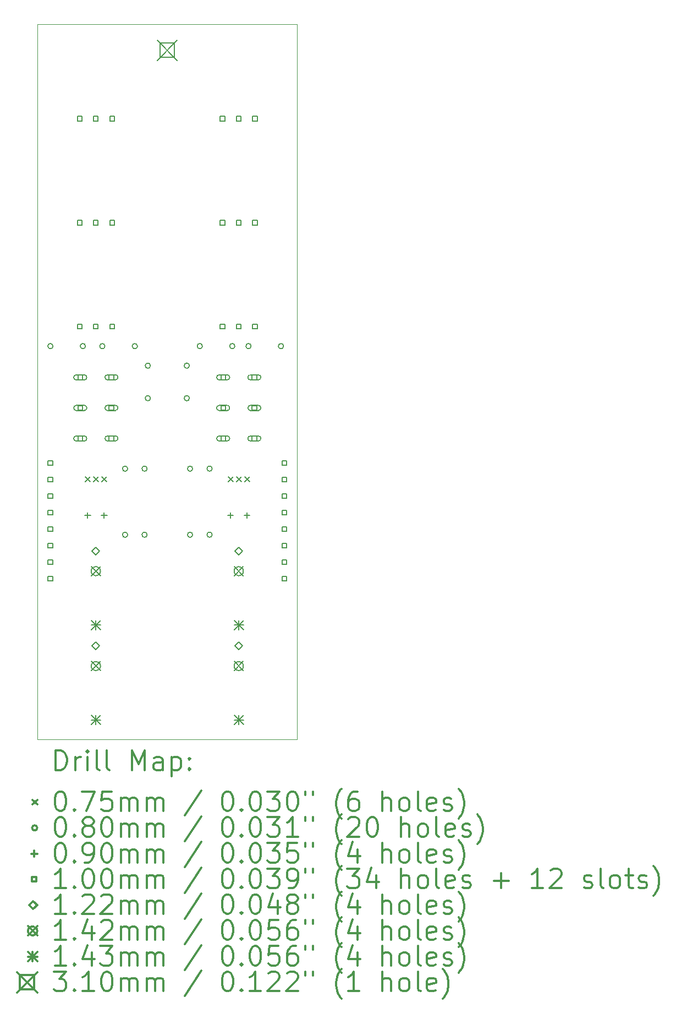
<source format=gbr>
%FSLAX45Y45*%
G04 Gerber Fmt 4.5, Leading zero omitted, Abs format (unit mm)*
G04 Created by KiCad (PCBNEW (5.1.9)-1) date 2021-10-23 20:01:50*
%MOMM*%
%LPD*%
G01*
G04 APERTURE LIST*
%TA.AperFunction,Profile*%
%ADD10C,0.050000*%
%TD*%
%ADD11C,0.200000*%
%ADD12C,0.300000*%
G04 APERTURE END LIST*
D10*
X7300000Y-14100000D02*
X11300000Y-14100000D01*
X7300000Y-3100000D02*
X7300000Y-14100000D01*
X11300000Y-3100000D02*
X11300000Y-14100000D01*
X7300000Y-3100000D02*
X11300000Y-3100000D01*
D11*
X8035500Y-10062500D02*
X8110500Y-10137500D01*
X8110500Y-10062500D02*
X8035500Y-10137500D01*
X8162500Y-10062500D02*
X8237500Y-10137500D01*
X8237500Y-10062500D02*
X8162500Y-10137500D01*
X8289500Y-10062500D02*
X8364500Y-10137500D01*
X8364500Y-10062500D02*
X8289500Y-10137500D01*
X10235500Y-10062500D02*
X10310500Y-10137500D01*
X10310500Y-10062500D02*
X10235500Y-10137500D01*
X10362500Y-10062500D02*
X10437500Y-10137500D01*
X10437500Y-10062500D02*
X10362500Y-10137500D01*
X10489500Y-10062500D02*
X10564500Y-10137500D01*
X10564500Y-10062500D02*
X10489500Y-10137500D01*
X7540000Y-8050000D02*
G75*
G03*
X7540000Y-8050000I-40000J0D01*
G01*
X8040000Y-8050000D02*
G75*
G03*
X8040000Y-8050000I-40000J0D01*
G01*
X8340000Y-8050000D02*
G75*
G03*
X8340000Y-8050000I-40000J0D01*
G01*
X8690000Y-9934000D02*
G75*
G03*
X8690000Y-9934000I-40000J0D01*
G01*
X8690000Y-10950000D02*
G75*
G03*
X8690000Y-10950000I-40000J0D01*
G01*
X8840000Y-8050000D02*
G75*
G03*
X8840000Y-8050000I-40000J0D01*
G01*
X8990000Y-9934000D02*
G75*
G03*
X8990000Y-9934000I-40000J0D01*
G01*
X8990000Y-10950000D02*
G75*
G03*
X8990000Y-10950000I-40000J0D01*
G01*
X9040000Y-8350000D02*
G75*
G03*
X9040000Y-8350000I-40000J0D01*
G01*
X9040000Y-8850000D02*
G75*
G03*
X9040000Y-8850000I-40000J0D01*
G01*
X9640000Y-8350000D02*
G75*
G03*
X9640000Y-8350000I-40000J0D01*
G01*
X9640000Y-8850000D02*
G75*
G03*
X9640000Y-8850000I-40000J0D01*
G01*
X9690000Y-9934000D02*
G75*
G03*
X9690000Y-9934000I-40000J0D01*
G01*
X9690000Y-10950000D02*
G75*
G03*
X9690000Y-10950000I-40000J0D01*
G01*
X9840000Y-8050000D02*
G75*
G03*
X9840000Y-8050000I-40000J0D01*
G01*
X9990000Y-9934000D02*
G75*
G03*
X9990000Y-9934000I-40000J0D01*
G01*
X9990000Y-10950000D02*
G75*
G03*
X9990000Y-10950000I-40000J0D01*
G01*
X10340000Y-8050000D02*
G75*
G03*
X10340000Y-8050000I-40000J0D01*
G01*
X10590000Y-8050000D02*
G75*
G03*
X10590000Y-8050000I-40000J0D01*
G01*
X11090000Y-8050000D02*
G75*
G03*
X11090000Y-8050000I-40000J0D01*
G01*
X8072500Y-10605000D02*
X8072500Y-10695000D01*
X8027500Y-10650000D02*
X8117500Y-10650000D01*
X8326500Y-10605000D02*
X8326500Y-10695000D01*
X8281500Y-10650000D02*
X8371500Y-10650000D01*
X10272500Y-10605000D02*
X10272500Y-10695000D01*
X10227500Y-10650000D02*
X10317500Y-10650000D01*
X10526500Y-10605000D02*
X10526500Y-10695000D01*
X10481500Y-10650000D02*
X10571500Y-10650000D01*
X7535356Y-9881356D02*
X7535356Y-9810644D01*
X7464644Y-9810644D01*
X7464644Y-9881356D01*
X7535356Y-9881356D01*
X7535356Y-10135356D02*
X7535356Y-10064644D01*
X7464644Y-10064644D01*
X7464644Y-10135356D01*
X7535356Y-10135356D01*
X7535356Y-10389356D02*
X7535356Y-10318644D01*
X7464644Y-10318644D01*
X7464644Y-10389356D01*
X7535356Y-10389356D01*
X7535356Y-10643356D02*
X7535356Y-10572644D01*
X7464644Y-10572644D01*
X7464644Y-10643356D01*
X7535356Y-10643356D01*
X7535356Y-10897356D02*
X7535356Y-10826644D01*
X7464644Y-10826644D01*
X7464644Y-10897356D01*
X7535356Y-10897356D01*
X7535356Y-11151356D02*
X7535356Y-11080644D01*
X7464644Y-11080644D01*
X7464644Y-11151356D01*
X7535356Y-11151356D01*
X7535356Y-11405356D02*
X7535356Y-11334644D01*
X7464644Y-11334644D01*
X7464644Y-11405356D01*
X7535356Y-11405356D01*
X7535356Y-11659356D02*
X7535356Y-11588644D01*
X7464644Y-11588644D01*
X7464644Y-11659356D01*
X7535356Y-11659356D01*
X7985356Y-4585356D02*
X7985356Y-4514644D01*
X7914644Y-4514644D01*
X7914644Y-4585356D01*
X7985356Y-4585356D01*
X7985356Y-6185356D02*
X7985356Y-6114644D01*
X7914644Y-6114644D01*
X7914644Y-6185356D01*
X7985356Y-6185356D01*
X7985356Y-7785356D02*
X7985356Y-7714644D01*
X7914644Y-7714644D01*
X7914644Y-7785356D01*
X7985356Y-7785356D01*
X7995356Y-8565356D02*
X7995356Y-8494644D01*
X7924644Y-8494644D01*
X7924644Y-8565356D01*
X7995356Y-8565356D01*
X8020000Y-8490000D02*
X7900000Y-8490000D01*
X8020000Y-8570000D02*
X7900000Y-8570000D01*
X7900000Y-8490000D02*
G75*
G03*
X7900000Y-8570000I0J-40000D01*
G01*
X8020000Y-8570000D02*
G75*
G03*
X8020000Y-8490000I0J40000D01*
G01*
X7995356Y-9035356D02*
X7995356Y-8964644D01*
X7924644Y-8964644D01*
X7924644Y-9035356D01*
X7995356Y-9035356D01*
X8020000Y-8960000D02*
X7900000Y-8960000D01*
X8020000Y-9040000D02*
X7900000Y-9040000D01*
X7900000Y-8960000D02*
G75*
G03*
X7900000Y-9040000I0J-40000D01*
G01*
X8020000Y-9040000D02*
G75*
G03*
X8020000Y-8960000I0J40000D01*
G01*
X7995356Y-9505356D02*
X7995356Y-9434644D01*
X7924644Y-9434644D01*
X7924644Y-9505356D01*
X7995356Y-9505356D01*
X8020000Y-9430000D02*
X7900000Y-9430000D01*
X8020000Y-9510000D02*
X7900000Y-9510000D01*
X7900000Y-9430000D02*
G75*
G03*
X7900000Y-9510000I0J-40000D01*
G01*
X8020000Y-9510000D02*
G75*
G03*
X8020000Y-9430000I0J40000D01*
G01*
X8235356Y-4585356D02*
X8235356Y-4514644D01*
X8164644Y-4514644D01*
X8164644Y-4585356D01*
X8235356Y-4585356D01*
X8235356Y-6185356D02*
X8235356Y-6114644D01*
X8164644Y-6114644D01*
X8164644Y-6185356D01*
X8235356Y-6185356D01*
X8235356Y-7785356D02*
X8235356Y-7714644D01*
X8164644Y-7714644D01*
X8164644Y-7785356D01*
X8235356Y-7785356D01*
X8475356Y-8565356D02*
X8475356Y-8494644D01*
X8404644Y-8494644D01*
X8404644Y-8565356D01*
X8475356Y-8565356D01*
X8500000Y-8490000D02*
X8380000Y-8490000D01*
X8500000Y-8570000D02*
X8380000Y-8570000D01*
X8380000Y-8490000D02*
G75*
G03*
X8380000Y-8570000I0J-40000D01*
G01*
X8500000Y-8570000D02*
G75*
G03*
X8500000Y-8490000I0J40000D01*
G01*
X8475356Y-9035356D02*
X8475356Y-8964644D01*
X8404644Y-8964644D01*
X8404644Y-9035356D01*
X8475356Y-9035356D01*
X8500000Y-8960000D02*
X8380000Y-8960000D01*
X8500000Y-9040000D02*
X8380000Y-9040000D01*
X8380000Y-8960000D02*
G75*
G03*
X8380000Y-9040000I0J-40000D01*
G01*
X8500000Y-9040000D02*
G75*
G03*
X8500000Y-8960000I0J40000D01*
G01*
X8475356Y-9505356D02*
X8475356Y-9434644D01*
X8404644Y-9434644D01*
X8404644Y-9505356D01*
X8475356Y-9505356D01*
X8500000Y-9430000D02*
X8380000Y-9430000D01*
X8500000Y-9510000D02*
X8380000Y-9510000D01*
X8380000Y-9430000D02*
G75*
G03*
X8380000Y-9510000I0J-40000D01*
G01*
X8500000Y-9510000D02*
G75*
G03*
X8500000Y-9430000I0J40000D01*
G01*
X8485356Y-4585356D02*
X8485356Y-4514644D01*
X8414644Y-4514644D01*
X8414644Y-4585356D01*
X8485356Y-4585356D01*
X8485356Y-6185356D02*
X8485356Y-6114644D01*
X8414644Y-6114644D01*
X8414644Y-6185356D01*
X8485356Y-6185356D01*
X8485356Y-7785356D02*
X8485356Y-7714644D01*
X8414644Y-7714644D01*
X8414644Y-7785356D01*
X8485356Y-7785356D01*
X10185356Y-4585356D02*
X10185356Y-4514644D01*
X10114644Y-4514644D01*
X10114644Y-4585356D01*
X10185356Y-4585356D01*
X10185356Y-6185356D02*
X10185356Y-6114644D01*
X10114644Y-6114644D01*
X10114644Y-6185356D01*
X10185356Y-6185356D01*
X10185356Y-7785356D02*
X10185356Y-7714644D01*
X10114644Y-7714644D01*
X10114644Y-7785356D01*
X10185356Y-7785356D01*
X10195356Y-8565356D02*
X10195356Y-8494644D01*
X10124644Y-8494644D01*
X10124644Y-8565356D01*
X10195356Y-8565356D01*
X10220000Y-8490000D02*
X10100000Y-8490000D01*
X10220000Y-8570000D02*
X10100000Y-8570000D01*
X10100000Y-8490000D02*
G75*
G03*
X10100000Y-8570000I0J-40000D01*
G01*
X10220000Y-8570000D02*
G75*
G03*
X10220000Y-8490000I0J40000D01*
G01*
X10195356Y-9035356D02*
X10195356Y-8964644D01*
X10124644Y-8964644D01*
X10124644Y-9035356D01*
X10195356Y-9035356D01*
X10220000Y-8960000D02*
X10100000Y-8960000D01*
X10220000Y-9040000D02*
X10100000Y-9040000D01*
X10100000Y-8960000D02*
G75*
G03*
X10100000Y-9040000I0J-40000D01*
G01*
X10220000Y-9040000D02*
G75*
G03*
X10220000Y-8960000I0J40000D01*
G01*
X10195356Y-9505356D02*
X10195356Y-9434644D01*
X10124644Y-9434644D01*
X10124644Y-9505356D01*
X10195356Y-9505356D01*
X10220000Y-9430000D02*
X10100000Y-9430000D01*
X10220000Y-9510000D02*
X10100000Y-9510000D01*
X10100000Y-9430000D02*
G75*
G03*
X10100000Y-9510000I0J-40000D01*
G01*
X10220000Y-9510000D02*
G75*
G03*
X10220000Y-9430000I0J40000D01*
G01*
X10435356Y-4585356D02*
X10435356Y-4514644D01*
X10364644Y-4514644D01*
X10364644Y-4585356D01*
X10435356Y-4585356D01*
X10435356Y-6185356D02*
X10435356Y-6114644D01*
X10364644Y-6114644D01*
X10364644Y-6185356D01*
X10435356Y-6185356D01*
X10435356Y-7785356D02*
X10435356Y-7714644D01*
X10364644Y-7714644D01*
X10364644Y-7785356D01*
X10435356Y-7785356D01*
X10675356Y-8565356D02*
X10675356Y-8494644D01*
X10604644Y-8494644D01*
X10604644Y-8565356D01*
X10675356Y-8565356D01*
X10700000Y-8490000D02*
X10580000Y-8490000D01*
X10700000Y-8570000D02*
X10580000Y-8570000D01*
X10580000Y-8490000D02*
G75*
G03*
X10580000Y-8570000I0J-40000D01*
G01*
X10700000Y-8570000D02*
G75*
G03*
X10700000Y-8490000I0J40000D01*
G01*
X10675356Y-9035356D02*
X10675356Y-8964644D01*
X10604644Y-8964644D01*
X10604644Y-9035356D01*
X10675356Y-9035356D01*
X10700000Y-8960000D02*
X10580000Y-8960000D01*
X10700000Y-9040000D02*
X10580000Y-9040000D01*
X10580000Y-8960000D02*
G75*
G03*
X10580000Y-9040000I0J-40000D01*
G01*
X10700000Y-9040000D02*
G75*
G03*
X10700000Y-8960000I0J40000D01*
G01*
X10675356Y-9505356D02*
X10675356Y-9434644D01*
X10604644Y-9434644D01*
X10604644Y-9505356D01*
X10675356Y-9505356D01*
X10700000Y-9430000D02*
X10580000Y-9430000D01*
X10700000Y-9510000D02*
X10580000Y-9510000D01*
X10580000Y-9430000D02*
G75*
G03*
X10580000Y-9510000I0J-40000D01*
G01*
X10700000Y-9510000D02*
G75*
G03*
X10700000Y-9430000I0J40000D01*
G01*
X10685356Y-4585356D02*
X10685356Y-4514644D01*
X10614644Y-4514644D01*
X10614644Y-4585356D01*
X10685356Y-4585356D01*
X10685356Y-6185356D02*
X10685356Y-6114644D01*
X10614644Y-6114644D01*
X10614644Y-6185356D01*
X10685356Y-6185356D01*
X10685356Y-7785356D02*
X10685356Y-7714644D01*
X10614644Y-7714644D01*
X10614644Y-7785356D01*
X10685356Y-7785356D01*
X11135356Y-9881356D02*
X11135356Y-9810644D01*
X11064644Y-9810644D01*
X11064644Y-9881356D01*
X11135356Y-9881356D01*
X11135356Y-10135356D02*
X11135356Y-10064644D01*
X11064644Y-10064644D01*
X11064644Y-10135356D01*
X11135356Y-10135356D01*
X11135356Y-10389356D02*
X11135356Y-10318644D01*
X11064644Y-10318644D01*
X11064644Y-10389356D01*
X11135356Y-10389356D01*
X11135356Y-10643356D02*
X11135356Y-10572644D01*
X11064644Y-10572644D01*
X11064644Y-10643356D01*
X11135356Y-10643356D01*
X11135356Y-10897356D02*
X11135356Y-10826644D01*
X11064644Y-10826644D01*
X11064644Y-10897356D01*
X11135356Y-10897356D01*
X11135356Y-11151356D02*
X11135356Y-11080644D01*
X11064644Y-11080644D01*
X11064644Y-11151356D01*
X11135356Y-11151356D01*
X11135356Y-11405356D02*
X11135356Y-11334644D01*
X11064644Y-11334644D01*
X11064644Y-11405356D01*
X11135356Y-11405356D01*
X11135356Y-11659356D02*
X11135356Y-11588644D01*
X11064644Y-11588644D01*
X11064644Y-11659356D01*
X11135356Y-11659356D01*
X8200000Y-11261000D02*
X8261000Y-11200000D01*
X8200000Y-11139000D01*
X8139000Y-11200000D01*
X8200000Y-11261000D01*
X8200000Y-12721000D02*
X8261000Y-12660000D01*
X8200000Y-12599000D01*
X8139000Y-12660000D01*
X8200000Y-12721000D01*
X10400000Y-11261000D02*
X10461000Y-11200000D01*
X10400000Y-11139000D01*
X10339000Y-11200000D01*
X10400000Y-11261000D01*
X10400000Y-12721000D02*
X10461000Y-12660000D01*
X10400000Y-12599000D01*
X10339000Y-12660000D01*
X10400000Y-12721000D01*
X8129000Y-11439000D02*
X8271000Y-11581000D01*
X8271000Y-11439000D02*
X8129000Y-11581000D01*
X8271000Y-11510000D02*
G75*
G03*
X8271000Y-11510000I-71000J0D01*
G01*
X8129000Y-12899000D02*
X8271000Y-13041000D01*
X8271000Y-12899000D02*
X8129000Y-13041000D01*
X8271000Y-12970000D02*
G75*
G03*
X8271000Y-12970000I-71000J0D01*
G01*
X10329000Y-11439000D02*
X10471000Y-11581000D01*
X10471000Y-11439000D02*
X10329000Y-11581000D01*
X10471000Y-11510000D02*
G75*
G03*
X10471000Y-11510000I-71000J0D01*
G01*
X10329000Y-12899000D02*
X10471000Y-13041000D01*
X10471000Y-12899000D02*
X10329000Y-13041000D01*
X10471000Y-12970000D02*
G75*
G03*
X10471000Y-12970000I-71000J0D01*
G01*
X8128500Y-12268500D02*
X8271500Y-12411500D01*
X8271500Y-12268500D02*
X8128500Y-12411500D01*
X8200000Y-12268500D02*
X8200000Y-12411500D01*
X8128500Y-12340000D02*
X8271500Y-12340000D01*
X8128500Y-13728500D02*
X8271500Y-13871500D01*
X8271500Y-13728500D02*
X8128500Y-13871500D01*
X8200000Y-13728500D02*
X8200000Y-13871500D01*
X8128500Y-13800000D02*
X8271500Y-13800000D01*
X10328500Y-12268500D02*
X10471500Y-12411500D01*
X10471500Y-12268500D02*
X10328500Y-12411500D01*
X10400000Y-12268500D02*
X10400000Y-12411500D01*
X10328500Y-12340000D02*
X10471500Y-12340000D01*
X10328500Y-13728500D02*
X10471500Y-13871500D01*
X10471500Y-13728500D02*
X10328500Y-13871500D01*
X10400000Y-13728500D02*
X10400000Y-13871500D01*
X10328500Y-13800000D02*
X10471500Y-13800000D01*
X9145000Y-3345000D02*
X9455000Y-3655000D01*
X9455000Y-3345000D02*
X9145000Y-3655000D01*
X9409603Y-3609603D02*
X9409603Y-3390397D01*
X9190397Y-3390397D01*
X9190397Y-3609603D01*
X9409603Y-3609603D01*
D12*
X7583928Y-14568214D02*
X7583928Y-14268214D01*
X7655357Y-14268214D01*
X7698214Y-14282500D01*
X7726786Y-14311071D01*
X7741071Y-14339643D01*
X7755357Y-14396786D01*
X7755357Y-14439643D01*
X7741071Y-14496786D01*
X7726786Y-14525357D01*
X7698214Y-14553929D01*
X7655357Y-14568214D01*
X7583928Y-14568214D01*
X7883928Y-14568214D02*
X7883928Y-14368214D01*
X7883928Y-14425357D02*
X7898214Y-14396786D01*
X7912500Y-14382500D01*
X7941071Y-14368214D01*
X7969643Y-14368214D01*
X8069643Y-14568214D02*
X8069643Y-14368214D01*
X8069643Y-14268214D02*
X8055357Y-14282500D01*
X8069643Y-14296786D01*
X8083928Y-14282500D01*
X8069643Y-14268214D01*
X8069643Y-14296786D01*
X8255357Y-14568214D02*
X8226786Y-14553929D01*
X8212500Y-14525357D01*
X8212500Y-14268214D01*
X8412500Y-14568214D02*
X8383928Y-14553929D01*
X8369643Y-14525357D01*
X8369643Y-14268214D01*
X8755357Y-14568214D02*
X8755357Y-14268214D01*
X8855357Y-14482500D01*
X8955357Y-14268214D01*
X8955357Y-14568214D01*
X9226786Y-14568214D02*
X9226786Y-14411071D01*
X9212500Y-14382500D01*
X9183928Y-14368214D01*
X9126786Y-14368214D01*
X9098214Y-14382500D01*
X9226786Y-14553929D02*
X9198214Y-14568214D01*
X9126786Y-14568214D01*
X9098214Y-14553929D01*
X9083928Y-14525357D01*
X9083928Y-14496786D01*
X9098214Y-14468214D01*
X9126786Y-14453929D01*
X9198214Y-14453929D01*
X9226786Y-14439643D01*
X9369643Y-14368214D02*
X9369643Y-14668214D01*
X9369643Y-14382500D02*
X9398214Y-14368214D01*
X9455357Y-14368214D01*
X9483928Y-14382500D01*
X9498214Y-14396786D01*
X9512500Y-14425357D01*
X9512500Y-14511071D01*
X9498214Y-14539643D01*
X9483928Y-14553929D01*
X9455357Y-14568214D01*
X9398214Y-14568214D01*
X9369643Y-14553929D01*
X9641071Y-14539643D02*
X9655357Y-14553929D01*
X9641071Y-14568214D01*
X9626786Y-14553929D01*
X9641071Y-14539643D01*
X9641071Y-14568214D01*
X9641071Y-14382500D02*
X9655357Y-14396786D01*
X9641071Y-14411071D01*
X9626786Y-14396786D01*
X9641071Y-14382500D01*
X9641071Y-14411071D01*
X7222500Y-15025000D02*
X7297500Y-15100000D01*
X7297500Y-15025000D02*
X7222500Y-15100000D01*
X7641071Y-14898214D02*
X7669643Y-14898214D01*
X7698214Y-14912500D01*
X7712500Y-14926786D01*
X7726786Y-14955357D01*
X7741071Y-15012500D01*
X7741071Y-15083929D01*
X7726786Y-15141071D01*
X7712500Y-15169643D01*
X7698214Y-15183929D01*
X7669643Y-15198214D01*
X7641071Y-15198214D01*
X7612500Y-15183929D01*
X7598214Y-15169643D01*
X7583928Y-15141071D01*
X7569643Y-15083929D01*
X7569643Y-15012500D01*
X7583928Y-14955357D01*
X7598214Y-14926786D01*
X7612500Y-14912500D01*
X7641071Y-14898214D01*
X7869643Y-15169643D02*
X7883928Y-15183929D01*
X7869643Y-15198214D01*
X7855357Y-15183929D01*
X7869643Y-15169643D01*
X7869643Y-15198214D01*
X7983928Y-14898214D02*
X8183928Y-14898214D01*
X8055357Y-15198214D01*
X8441071Y-14898214D02*
X8298214Y-14898214D01*
X8283928Y-15041071D01*
X8298214Y-15026786D01*
X8326786Y-15012500D01*
X8398214Y-15012500D01*
X8426786Y-15026786D01*
X8441071Y-15041071D01*
X8455357Y-15069643D01*
X8455357Y-15141071D01*
X8441071Y-15169643D01*
X8426786Y-15183929D01*
X8398214Y-15198214D01*
X8326786Y-15198214D01*
X8298214Y-15183929D01*
X8283928Y-15169643D01*
X8583928Y-15198214D02*
X8583928Y-14998214D01*
X8583928Y-15026786D02*
X8598214Y-15012500D01*
X8626786Y-14998214D01*
X8669643Y-14998214D01*
X8698214Y-15012500D01*
X8712500Y-15041071D01*
X8712500Y-15198214D01*
X8712500Y-15041071D02*
X8726786Y-15012500D01*
X8755357Y-14998214D01*
X8798214Y-14998214D01*
X8826786Y-15012500D01*
X8841071Y-15041071D01*
X8841071Y-15198214D01*
X8983928Y-15198214D02*
X8983928Y-14998214D01*
X8983928Y-15026786D02*
X8998214Y-15012500D01*
X9026786Y-14998214D01*
X9069643Y-14998214D01*
X9098214Y-15012500D01*
X9112500Y-15041071D01*
X9112500Y-15198214D01*
X9112500Y-15041071D02*
X9126786Y-15012500D01*
X9155357Y-14998214D01*
X9198214Y-14998214D01*
X9226786Y-15012500D01*
X9241071Y-15041071D01*
X9241071Y-15198214D01*
X9826786Y-14883929D02*
X9569643Y-15269643D01*
X10212500Y-14898214D02*
X10241071Y-14898214D01*
X10269643Y-14912500D01*
X10283928Y-14926786D01*
X10298214Y-14955357D01*
X10312500Y-15012500D01*
X10312500Y-15083929D01*
X10298214Y-15141071D01*
X10283928Y-15169643D01*
X10269643Y-15183929D01*
X10241071Y-15198214D01*
X10212500Y-15198214D01*
X10183928Y-15183929D01*
X10169643Y-15169643D01*
X10155357Y-15141071D01*
X10141071Y-15083929D01*
X10141071Y-15012500D01*
X10155357Y-14955357D01*
X10169643Y-14926786D01*
X10183928Y-14912500D01*
X10212500Y-14898214D01*
X10441071Y-15169643D02*
X10455357Y-15183929D01*
X10441071Y-15198214D01*
X10426786Y-15183929D01*
X10441071Y-15169643D01*
X10441071Y-15198214D01*
X10641071Y-14898214D02*
X10669643Y-14898214D01*
X10698214Y-14912500D01*
X10712500Y-14926786D01*
X10726786Y-14955357D01*
X10741071Y-15012500D01*
X10741071Y-15083929D01*
X10726786Y-15141071D01*
X10712500Y-15169643D01*
X10698214Y-15183929D01*
X10669643Y-15198214D01*
X10641071Y-15198214D01*
X10612500Y-15183929D01*
X10598214Y-15169643D01*
X10583928Y-15141071D01*
X10569643Y-15083929D01*
X10569643Y-15012500D01*
X10583928Y-14955357D01*
X10598214Y-14926786D01*
X10612500Y-14912500D01*
X10641071Y-14898214D01*
X10841071Y-14898214D02*
X11026786Y-14898214D01*
X10926786Y-15012500D01*
X10969643Y-15012500D01*
X10998214Y-15026786D01*
X11012500Y-15041071D01*
X11026786Y-15069643D01*
X11026786Y-15141071D01*
X11012500Y-15169643D01*
X10998214Y-15183929D01*
X10969643Y-15198214D01*
X10883928Y-15198214D01*
X10855357Y-15183929D01*
X10841071Y-15169643D01*
X11212500Y-14898214D02*
X11241071Y-14898214D01*
X11269643Y-14912500D01*
X11283928Y-14926786D01*
X11298214Y-14955357D01*
X11312500Y-15012500D01*
X11312500Y-15083929D01*
X11298214Y-15141071D01*
X11283928Y-15169643D01*
X11269643Y-15183929D01*
X11241071Y-15198214D01*
X11212500Y-15198214D01*
X11183928Y-15183929D01*
X11169643Y-15169643D01*
X11155357Y-15141071D01*
X11141071Y-15083929D01*
X11141071Y-15012500D01*
X11155357Y-14955357D01*
X11169643Y-14926786D01*
X11183928Y-14912500D01*
X11212500Y-14898214D01*
X11426786Y-14898214D02*
X11426786Y-14955357D01*
X11541071Y-14898214D02*
X11541071Y-14955357D01*
X11983928Y-15312500D02*
X11969643Y-15298214D01*
X11941071Y-15255357D01*
X11926786Y-15226786D01*
X11912500Y-15183929D01*
X11898214Y-15112500D01*
X11898214Y-15055357D01*
X11912500Y-14983929D01*
X11926786Y-14941071D01*
X11941071Y-14912500D01*
X11969643Y-14869643D01*
X11983928Y-14855357D01*
X12226786Y-14898214D02*
X12169643Y-14898214D01*
X12141071Y-14912500D01*
X12126786Y-14926786D01*
X12098214Y-14969643D01*
X12083928Y-15026786D01*
X12083928Y-15141071D01*
X12098214Y-15169643D01*
X12112500Y-15183929D01*
X12141071Y-15198214D01*
X12198214Y-15198214D01*
X12226786Y-15183929D01*
X12241071Y-15169643D01*
X12255357Y-15141071D01*
X12255357Y-15069643D01*
X12241071Y-15041071D01*
X12226786Y-15026786D01*
X12198214Y-15012500D01*
X12141071Y-15012500D01*
X12112500Y-15026786D01*
X12098214Y-15041071D01*
X12083928Y-15069643D01*
X12612500Y-15198214D02*
X12612500Y-14898214D01*
X12741071Y-15198214D02*
X12741071Y-15041071D01*
X12726786Y-15012500D01*
X12698214Y-14998214D01*
X12655357Y-14998214D01*
X12626786Y-15012500D01*
X12612500Y-15026786D01*
X12926786Y-15198214D02*
X12898214Y-15183929D01*
X12883928Y-15169643D01*
X12869643Y-15141071D01*
X12869643Y-15055357D01*
X12883928Y-15026786D01*
X12898214Y-15012500D01*
X12926786Y-14998214D01*
X12969643Y-14998214D01*
X12998214Y-15012500D01*
X13012500Y-15026786D01*
X13026786Y-15055357D01*
X13026786Y-15141071D01*
X13012500Y-15169643D01*
X12998214Y-15183929D01*
X12969643Y-15198214D01*
X12926786Y-15198214D01*
X13198214Y-15198214D02*
X13169643Y-15183929D01*
X13155357Y-15155357D01*
X13155357Y-14898214D01*
X13426786Y-15183929D02*
X13398214Y-15198214D01*
X13341071Y-15198214D01*
X13312500Y-15183929D01*
X13298214Y-15155357D01*
X13298214Y-15041071D01*
X13312500Y-15012500D01*
X13341071Y-14998214D01*
X13398214Y-14998214D01*
X13426786Y-15012500D01*
X13441071Y-15041071D01*
X13441071Y-15069643D01*
X13298214Y-15098214D01*
X13555357Y-15183929D02*
X13583928Y-15198214D01*
X13641071Y-15198214D01*
X13669643Y-15183929D01*
X13683928Y-15155357D01*
X13683928Y-15141071D01*
X13669643Y-15112500D01*
X13641071Y-15098214D01*
X13598214Y-15098214D01*
X13569643Y-15083929D01*
X13555357Y-15055357D01*
X13555357Y-15041071D01*
X13569643Y-15012500D01*
X13598214Y-14998214D01*
X13641071Y-14998214D01*
X13669643Y-15012500D01*
X13783928Y-15312500D02*
X13798214Y-15298214D01*
X13826786Y-15255357D01*
X13841071Y-15226786D01*
X13855357Y-15183929D01*
X13869643Y-15112500D01*
X13869643Y-15055357D01*
X13855357Y-14983929D01*
X13841071Y-14941071D01*
X13826786Y-14912500D01*
X13798214Y-14869643D01*
X13783928Y-14855357D01*
X7297500Y-15458500D02*
G75*
G03*
X7297500Y-15458500I-40000J0D01*
G01*
X7641071Y-15294214D02*
X7669643Y-15294214D01*
X7698214Y-15308500D01*
X7712500Y-15322786D01*
X7726786Y-15351357D01*
X7741071Y-15408500D01*
X7741071Y-15479929D01*
X7726786Y-15537071D01*
X7712500Y-15565643D01*
X7698214Y-15579929D01*
X7669643Y-15594214D01*
X7641071Y-15594214D01*
X7612500Y-15579929D01*
X7598214Y-15565643D01*
X7583928Y-15537071D01*
X7569643Y-15479929D01*
X7569643Y-15408500D01*
X7583928Y-15351357D01*
X7598214Y-15322786D01*
X7612500Y-15308500D01*
X7641071Y-15294214D01*
X7869643Y-15565643D02*
X7883928Y-15579929D01*
X7869643Y-15594214D01*
X7855357Y-15579929D01*
X7869643Y-15565643D01*
X7869643Y-15594214D01*
X8055357Y-15422786D02*
X8026786Y-15408500D01*
X8012500Y-15394214D01*
X7998214Y-15365643D01*
X7998214Y-15351357D01*
X8012500Y-15322786D01*
X8026786Y-15308500D01*
X8055357Y-15294214D01*
X8112500Y-15294214D01*
X8141071Y-15308500D01*
X8155357Y-15322786D01*
X8169643Y-15351357D01*
X8169643Y-15365643D01*
X8155357Y-15394214D01*
X8141071Y-15408500D01*
X8112500Y-15422786D01*
X8055357Y-15422786D01*
X8026786Y-15437071D01*
X8012500Y-15451357D01*
X7998214Y-15479929D01*
X7998214Y-15537071D01*
X8012500Y-15565643D01*
X8026786Y-15579929D01*
X8055357Y-15594214D01*
X8112500Y-15594214D01*
X8141071Y-15579929D01*
X8155357Y-15565643D01*
X8169643Y-15537071D01*
X8169643Y-15479929D01*
X8155357Y-15451357D01*
X8141071Y-15437071D01*
X8112500Y-15422786D01*
X8355357Y-15294214D02*
X8383928Y-15294214D01*
X8412500Y-15308500D01*
X8426786Y-15322786D01*
X8441071Y-15351357D01*
X8455357Y-15408500D01*
X8455357Y-15479929D01*
X8441071Y-15537071D01*
X8426786Y-15565643D01*
X8412500Y-15579929D01*
X8383928Y-15594214D01*
X8355357Y-15594214D01*
X8326786Y-15579929D01*
X8312500Y-15565643D01*
X8298214Y-15537071D01*
X8283928Y-15479929D01*
X8283928Y-15408500D01*
X8298214Y-15351357D01*
X8312500Y-15322786D01*
X8326786Y-15308500D01*
X8355357Y-15294214D01*
X8583928Y-15594214D02*
X8583928Y-15394214D01*
X8583928Y-15422786D02*
X8598214Y-15408500D01*
X8626786Y-15394214D01*
X8669643Y-15394214D01*
X8698214Y-15408500D01*
X8712500Y-15437071D01*
X8712500Y-15594214D01*
X8712500Y-15437071D02*
X8726786Y-15408500D01*
X8755357Y-15394214D01*
X8798214Y-15394214D01*
X8826786Y-15408500D01*
X8841071Y-15437071D01*
X8841071Y-15594214D01*
X8983928Y-15594214D02*
X8983928Y-15394214D01*
X8983928Y-15422786D02*
X8998214Y-15408500D01*
X9026786Y-15394214D01*
X9069643Y-15394214D01*
X9098214Y-15408500D01*
X9112500Y-15437071D01*
X9112500Y-15594214D01*
X9112500Y-15437071D02*
X9126786Y-15408500D01*
X9155357Y-15394214D01*
X9198214Y-15394214D01*
X9226786Y-15408500D01*
X9241071Y-15437071D01*
X9241071Y-15594214D01*
X9826786Y-15279929D02*
X9569643Y-15665643D01*
X10212500Y-15294214D02*
X10241071Y-15294214D01*
X10269643Y-15308500D01*
X10283928Y-15322786D01*
X10298214Y-15351357D01*
X10312500Y-15408500D01*
X10312500Y-15479929D01*
X10298214Y-15537071D01*
X10283928Y-15565643D01*
X10269643Y-15579929D01*
X10241071Y-15594214D01*
X10212500Y-15594214D01*
X10183928Y-15579929D01*
X10169643Y-15565643D01*
X10155357Y-15537071D01*
X10141071Y-15479929D01*
X10141071Y-15408500D01*
X10155357Y-15351357D01*
X10169643Y-15322786D01*
X10183928Y-15308500D01*
X10212500Y-15294214D01*
X10441071Y-15565643D02*
X10455357Y-15579929D01*
X10441071Y-15594214D01*
X10426786Y-15579929D01*
X10441071Y-15565643D01*
X10441071Y-15594214D01*
X10641071Y-15294214D02*
X10669643Y-15294214D01*
X10698214Y-15308500D01*
X10712500Y-15322786D01*
X10726786Y-15351357D01*
X10741071Y-15408500D01*
X10741071Y-15479929D01*
X10726786Y-15537071D01*
X10712500Y-15565643D01*
X10698214Y-15579929D01*
X10669643Y-15594214D01*
X10641071Y-15594214D01*
X10612500Y-15579929D01*
X10598214Y-15565643D01*
X10583928Y-15537071D01*
X10569643Y-15479929D01*
X10569643Y-15408500D01*
X10583928Y-15351357D01*
X10598214Y-15322786D01*
X10612500Y-15308500D01*
X10641071Y-15294214D01*
X10841071Y-15294214D02*
X11026786Y-15294214D01*
X10926786Y-15408500D01*
X10969643Y-15408500D01*
X10998214Y-15422786D01*
X11012500Y-15437071D01*
X11026786Y-15465643D01*
X11026786Y-15537071D01*
X11012500Y-15565643D01*
X10998214Y-15579929D01*
X10969643Y-15594214D01*
X10883928Y-15594214D01*
X10855357Y-15579929D01*
X10841071Y-15565643D01*
X11312500Y-15594214D02*
X11141071Y-15594214D01*
X11226786Y-15594214D02*
X11226786Y-15294214D01*
X11198214Y-15337071D01*
X11169643Y-15365643D01*
X11141071Y-15379929D01*
X11426786Y-15294214D02*
X11426786Y-15351357D01*
X11541071Y-15294214D02*
X11541071Y-15351357D01*
X11983928Y-15708500D02*
X11969643Y-15694214D01*
X11941071Y-15651357D01*
X11926786Y-15622786D01*
X11912500Y-15579929D01*
X11898214Y-15508500D01*
X11898214Y-15451357D01*
X11912500Y-15379929D01*
X11926786Y-15337071D01*
X11941071Y-15308500D01*
X11969643Y-15265643D01*
X11983928Y-15251357D01*
X12083928Y-15322786D02*
X12098214Y-15308500D01*
X12126786Y-15294214D01*
X12198214Y-15294214D01*
X12226786Y-15308500D01*
X12241071Y-15322786D01*
X12255357Y-15351357D01*
X12255357Y-15379929D01*
X12241071Y-15422786D01*
X12069643Y-15594214D01*
X12255357Y-15594214D01*
X12441071Y-15294214D02*
X12469643Y-15294214D01*
X12498214Y-15308500D01*
X12512500Y-15322786D01*
X12526786Y-15351357D01*
X12541071Y-15408500D01*
X12541071Y-15479929D01*
X12526786Y-15537071D01*
X12512500Y-15565643D01*
X12498214Y-15579929D01*
X12469643Y-15594214D01*
X12441071Y-15594214D01*
X12412500Y-15579929D01*
X12398214Y-15565643D01*
X12383928Y-15537071D01*
X12369643Y-15479929D01*
X12369643Y-15408500D01*
X12383928Y-15351357D01*
X12398214Y-15322786D01*
X12412500Y-15308500D01*
X12441071Y-15294214D01*
X12898214Y-15594214D02*
X12898214Y-15294214D01*
X13026786Y-15594214D02*
X13026786Y-15437071D01*
X13012500Y-15408500D01*
X12983928Y-15394214D01*
X12941071Y-15394214D01*
X12912500Y-15408500D01*
X12898214Y-15422786D01*
X13212500Y-15594214D02*
X13183928Y-15579929D01*
X13169643Y-15565643D01*
X13155357Y-15537071D01*
X13155357Y-15451357D01*
X13169643Y-15422786D01*
X13183928Y-15408500D01*
X13212500Y-15394214D01*
X13255357Y-15394214D01*
X13283928Y-15408500D01*
X13298214Y-15422786D01*
X13312500Y-15451357D01*
X13312500Y-15537071D01*
X13298214Y-15565643D01*
X13283928Y-15579929D01*
X13255357Y-15594214D01*
X13212500Y-15594214D01*
X13483928Y-15594214D02*
X13455357Y-15579929D01*
X13441071Y-15551357D01*
X13441071Y-15294214D01*
X13712500Y-15579929D02*
X13683928Y-15594214D01*
X13626786Y-15594214D01*
X13598214Y-15579929D01*
X13583928Y-15551357D01*
X13583928Y-15437071D01*
X13598214Y-15408500D01*
X13626786Y-15394214D01*
X13683928Y-15394214D01*
X13712500Y-15408500D01*
X13726786Y-15437071D01*
X13726786Y-15465643D01*
X13583928Y-15494214D01*
X13841071Y-15579929D02*
X13869643Y-15594214D01*
X13926786Y-15594214D01*
X13955357Y-15579929D01*
X13969643Y-15551357D01*
X13969643Y-15537071D01*
X13955357Y-15508500D01*
X13926786Y-15494214D01*
X13883928Y-15494214D01*
X13855357Y-15479929D01*
X13841071Y-15451357D01*
X13841071Y-15437071D01*
X13855357Y-15408500D01*
X13883928Y-15394214D01*
X13926786Y-15394214D01*
X13955357Y-15408500D01*
X14069643Y-15708500D02*
X14083928Y-15694214D01*
X14112500Y-15651357D01*
X14126786Y-15622786D01*
X14141071Y-15579929D01*
X14155357Y-15508500D01*
X14155357Y-15451357D01*
X14141071Y-15379929D01*
X14126786Y-15337071D01*
X14112500Y-15308500D01*
X14083928Y-15265643D01*
X14069643Y-15251357D01*
X7252500Y-15809500D02*
X7252500Y-15899500D01*
X7207500Y-15854500D02*
X7297500Y-15854500D01*
X7641071Y-15690214D02*
X7669643Y-15690214D01*
X7698214Y-15704500D01*
X7712500Y-15718786D01*
X7726786Y-15747357D01*
X7741071Y-15804500D01*
X7741071Y-15875929D01*
X7726786Y-15933071D01*
X7712500Y-15961643D01*
X7698214Y-15975929D01*
X7669643Y-15990214D01*
X7641071Y-15990214D01*
X7612500Y-15975929D01*
X7598214Y-15961643D01*
X7583928Y-15933071D01*
X7569643Y-15875929D01*
X7569643Y-15804500D01*
X7583928Y-15747357D01*
X7598214Y-15718786D01*
X7612500Y-15704500D01*
X7641071Y-15690214D01*
X7869643Y-15961643D02*
X7883928Y-15975929D01*
X7869643Y-15990214D01*
X7855357Y-15975929D01*
X7869643Y-15961643D01*
X7869643Y-15990214D01*
X8026786Y-15990214D02*
X8083928Y-15990214D01*
X8112500Y-15975929D01*
X8126786Y-15961643D01*
X8155357Y-15918786D01*
X8169643Y-15861643D01*
X8169643Y-15747357D01*
X8155357Y-15718786D01*
X8141071Y-15704500D01*
X8112500Y-15690214D01*
X8055357Y-15690214D01*
X8026786Y-15704500D01*
X8012500Y-15718786D01*
X7998214Y-15747357D01*
X7998214Y-15818786D01*
X8012500Y-15847357D01*
X8026786Y-15861643D01*
X8055357Y-15875929D01*
X8112500Y-15875929D01*
X8141071Y-15861643D01*
X8155357Y-15847357D01*
X8169643Y-15818786D01*
X8355357Y-15690214D02*
X8383928Y-15690214D01*
X8412500Y-15704500D01*
X8426786Y-15718786D01*
X8441071Y-15747357D01*
X8455357Y-15804500D01*
X8455357Y-15875929D01*
X8441071Y-15933071D01*
X8426786Y-15961643D01*
X8412500Y-15975929D01*
X8383928Y-15990214D01*
X8355357Y-15990214D01*
X8326786Y-15975929D01*
X8312500Y-15961643D01*
X8298214Y-15933071D01*
X8283928Y-15875929D01*
X8283928Y-15804500D01*
X8298214Y-15747357D01*
X8312500Y-15718786D01*
X8326786Y-15704500D01*
X8355357Y-15690214D01*
X8583928Y-15990214D02*
X8583928Y-15790214D01*
X8583928Y-15818786D02*
X8598214Y-15804500D01*
X8626786Y-15790214D01*
X8669643Y-15790214D01*
X8698214Y-15804500D01*
X8712500Y-15833071D01*
X8712500Y-15990214D01*
X8712500Y-15833071D02*
X8726786Y-15804500D01*
X8755357Y-15790214D01*
X8798214Y-15790214D01*
X8826786Y-15804500D01*
X8841071Y-15833071D01*
X8841071Y-15990214D01*
X8983928Y-15990214D02*
X8983928Y-15790214D01*
X8983928Y-15818786D02*
X8998214Y-15804500D01*
X9026786Y-15790214D01*
X9069643Y-15790214D01*
X9098214Y-15804500D01*
X9112500Y-15833071D01*
X9112500Y-15990214D01*
X9112500Y-15833071D02*
X9126786Y-15804500D01*
X9155357Y-15790214D01*
X9198214Y-15790214D01*
X9226786Y-15804500D01*
X9241071Y-15833071D01*
X9241071Y-15990214D01*
X9826786Y-15675929D02*
X9569643Y-16061643D01*
X10212500Y-15690214D02*
X10241071Y-15690214D01*
X10269643Y-15704500D01*
X10283928Y-15718786D01*
X10298214Y-15747357D01*
X10312500Y-15804500D01*
X10312500Y-15875929D01*
X10298214Y-15933071D01*
X10283928Y-15961643D01*
X10269643Y-15975929D01*
X10241071Y-15990214D01*
X10212500Y-15990214D01*
X10183928Y-15975929D01*
X10169643Y-15961643D01*
X10155357Y-15933071D01*
X10141071Y-15875929D01*
X10141071Y-15804500D01*
X10155357Y-15747357D01*
X10169643Y-15718786D01*
X10183928Y-15704500D01*
X10212500Y-15690214D01*
X10441071Y-15961643D02*
X10455357Y-15975929D01*
X10441071Y-15990214D01*
X10426786Y-15975929D01*
X10441071Y-15961643D01*
X10441071Y-15990214D01*
X10641071Y-15690214D02*
X10669643Y-15690214D01*
X10698214Y-15704500D01*
X10712500Y-15718786D01*
X10726786Y-15747357D01*
X10741071Y-15804500D01*
X10741071Y-15875929D01*
X10726786Y-15933071D01*
X10712500Y-15961643D01*
X10698214Y-15975929D01*
X10669643Y-15990214D01*
X10641071Y-15990214D01*
X10612500Y-15975929D01*
X10598214Y-15961643D01*
X10583928Y-15933071D01*
X10569643Y-15875929D01*
X10569643Y-15804500D01*
X10583928Y-15747357D01*
X10598214Y-15718786D01*
X10612500Y-15704500D01*
X10641071Y-15690214D01*
X10841071Y-15690214D02*
X11026786Y-15690214D01*
X10926786Y-15804500D01*
X10969643Y-15804500D01*
X10998214Y-15818786D01*
X11012500Y-15833071D01*
X11026786Y-15861643D01*
X11026786Y-15933071D01*
X11012500Y-15961643D01*
X10998214Y-15975929D01*
X10969643Y-15990214D01*
X10883928Y-15990214D01*
X10855357Y-15975929D01*
X10841071Y-15961643D01*
X11298214Y-15690214D02*
X11155357Y-15690214D01*
X11141071Y-15833071D01*
X11155357Y-15818786D01*
X11183928Y-15804500D01*
X11255357Y-15804500D01*
X11283928Y-15818786D01*
X11298214Y-15833071D01*
X11312500Y-15861643D01*
X11312500Y-15933071D01*
X11298214Y-15961643D01*
X11283928Y-15975929D01*
X11255357Y-15990214D01*
X11183928Y-15990214D01*
X11155357Y-15975929D01*
X11141071Y-15961643D01*
X11426786Y-15690214D02*
X11426786Y-15747357D01*
X11541071Y-15690214D02*
X11541071Y-15747357D01*
X11983928Y-16104500D02*
X11969643Y-16090214D01*
X11941071Y-16047357D01*
X11926786Y-16018786D01*
X11912500Y-15975929D01*
X11898214Y-15904500D01*
X11898214Y-15847357D01*
X11912500Y-15775929D01*
X11926786Y-15733071D01*
X11941071Y-15704500D01*
X11969643Y-15661643D01*
X11983928Y-15647357D01*
X12226786Y-15790214D02*
X12226786Y-15990214D01*
X12155357Y-15675929D02*
X12083928Y-15890214D01*
X12269643Y-15890214D01*
X12612500Y-15990214D02*
X12612500Y-15690214D01*
X12741071Y-15990214D02*
X12741071Y-15833071D01*
X12726786Y-15804500D01*
X12698214Y-15790214D01*
X12655357Y-15790214D01*
X12626786Y-15804500D01*
X12612500Y-15818786D01*
X12926786Y-15990214D02*
X12898214Y-15975929D01*
X12883928Y-15961643D01*
X12869643Y-15933071D01*
X12869643Y-15847357D01*
X12883928Y-15818786D01*
X12898214Y-15804500D01*
X12926786Y-15790214D01*
X12969643Y-15790214D01*
X12998214Y-15804500D01*
X13012500Y-15818786D01*
X13026786Y-15847357D01*
X13026786Y-15933071D01*
X13012500Y-15961643D01*
X12998214Y-15975929D01*
X12969643Y-15990214D01*
X12926786Y-15990214D01*
X13198214Y-15990214D02*
X13169643Y-15975929D01*
X13155357Y-15947357D01*
X13155357Y-15690214D01*
X13426786Y-15975929D02*
X13398214Y-15990214D01*
X13341071Y-15990214D01*
X13312500Y-15975929D01*
X13298214Y-15947357D01*
X13298214Y-15833071D01*
X13312500Y-15804500D01*
X13341071Y-15790214D01*
X13398214Y-15790214D01*
X13426786Y-15804500D01*
X13441071Y-15833071D01*
X13441071Y-15861643D01*
X13298214Y-15890214D01*
X13555357Y-15975929D02*
X13583928Y-15990214D01*
X13641071Y-15990214D01*
X13669643Y-15975929D01*
X13683928Y-15947357D01*
X13683928Y-15933071D01*
X13669643Y-15904500D01*
X13641071Y-15890214D01*
X13598214Y-15890214D01*
X13569643Y-15875929D01*
X13555357Y-15847357D01*
X13555357Y-15833071D01*
X13569643Y-15804500D01*
X13598214Y-15790214D01*
X13641071Y-15790214D01*
X13669643Y-15804500D01*
X13783928Y-16104500D02*
X13798214Y-16090214D01*
X13826786Y-16047357D01*
X13841071Y-16018786D01*
X13855357Y-15975929D01*
X13869643Y-15904500D01*
X13869643Y-15847357D01*
X13855357Y-15775929D01*
X13841071Y-15733071D01*
X13826786Y-15704500D01*
X13798214Y-15661643D01*
X13783928Y-15647357D01*
X7282856Y-16285856D02*
X7282856Y-16215144D01*
X7212144Y-16215144D01*
X7212144Y-16285856D01*
X7282856Y-16285856D01*
X7741071Y-16386214D02*
X7569643Y-16386214D01*
X7655357Y-16386214D02*
X7655357Y-16086214D01*
X7626786Y-16129071D01*
X7598214Y-16157643D01*
X7569643Y-16171929D01*
X7869643Y-16357643D02*
X7883928Y-16371929D01*
X7869643Y-16386214D01*
X7855357Y-16371929D01*
X7869643Y-16357643D01*
X7869643Y-16386214D01*
X8069643Y-16086214D02*
X8098214Y-16086214D01*
X8126786Y-16100500D01*
X8141071Y-16114786D01*
X8155357Y-16143357D01*
X8169643Y-16200500D01*
X8169643Y-16271929D01*
X8155357Y-16329071D01*
X8141071Y-16357643D01*
X8126786Y-16371929D01*
X8098214Y-16386214D01*
X8069643Y-16386214D01*
X8041071Y-16371929D01*
X8026786Y-16357643D01*
X8012500Y-16329071D01*
X7998214Y-16271929D01*
X7998214Y-16200500D01*
X8012500Y-16143357D01*
X8026786Y-16114786D01*
X8041071Y-16100500D01*
X8069643Y-16086214D01*
X8355357Y-16086214D02*
X8383928Y-16086214D01*
X8412500Y-16100500D01*
X8426786Y-16114786D01*
X8441071Y-16143357D01*
X8455357Y-16200500D01*
X8455357Y-16271929D01*
X8441071Y-16329071D01*
X8426786Y-16357643D01*
X8412500Y-16371929D01*
X8383928Y-16386214D01*
X8355357Y-16386214D01*
X8326786Y-16371929D01*
X8312500Y-16357643D01*
X8298214Y-16329071D01*
X8283928Y-16271929D01*
X8283928Y-16200500D01*
X8298214Y-16143357D01*
X8312500Y-16114786D01*
X8326786Y-16100500D01*
X8355357Y-16086214D01*
X8583928Y-16386214D02*
X8583928Y-16186214D01*
X8583928Y-16214786D02*
X8598214Y-16200500D01*
X8626786Y-16186214D01*
X8669643Y-16186214D01*
X8698214Y-16200500D01*
X8712500Y-16229071D01*
X8712500Y-16386214D01*
X8712500Y-16229071D02*
X8726786Y-16200500D01*
X8755357Y-16186214D01*
X8798214Y-16186214D01*
X8826786Y-16200500D01*
X8841071Y-16229071D01*
X8841071Y-16386214D01*
X8983928Y-16386214D02*
X8983928Y-16186214D01*
X8983928Y-16214786D02*
X8998214Y-16200500D01*
X9026786Y-16186214D01*
X9069643Y-16186214D01*
X9098214Y-16200500D01*
X9112500Y-16229071D01*
X9112500Y-16386214D01*
X9112500Y-16229071D02*
X9126786Y-16200500D01*
X9155357Y-16186214D01*
X9198214Y-16186214D01*
X9226786Y-16200500D01*
X9241071Y-16229071D01*
X9241071Y-16386214D01*
X9826786Y-16071929D02*
X9569643Y-16457643D01*
X10212500Y-16086214D02*
X10241071Y-16086214D01*
X10269643Y-16100500D01*
X10283928Y-16114786D01*
X10298214Y-16143357D01*
X10312500Y-16200500D01*
X10312500Y-16271929D01*
X10298214Y-16329071D01*
X10283928Y-16357643D01*
X10269643Y-16371929D01*
X10241071Y-16386214D01*
X10212500Y-16386214D01*
X10183928Y-16371929D01*
X10169643Y-16357643D01*
X10155357Y-16329071D01*
X10141071Y-16271929D01*
X10141071Y-16200500D01*
X10155357Y-16143357D01*
X10169643Y-16114786D01*
X10183928Y-16100500D01*
X10212500Y-16086214D01*
X10441071Y-16357643D02*
X10455357Y-16371929D01*
X10441071Y-16386214D01*
X10426786Y-16371929D01*
X10441071Y-16357643D01*
X10441071Y-16386214D01*
X10641071Y-16086214D02*
X10669643Y-16086214D01*
X10698214Y-16100500D01*
X10712500Y-16114786D01*
X10726786Y-16143357D01*
X10741071Y-16200500D01*
X10741071Y-16271929D01*
X10726786Y-16329071D01*
X10712500Y-16357643D01*
X10698214Y-16371929D01*
X10669643Y-16386214D01*
X10641071Y-16386214D01*
X10612500Y-16371929D01*
X10598214Y-16357643D01*
X10583928Y-16329071D01*
X10569643Y-16271929D01*
X10569643Y-16200500D01*
X10583928Y-16143357D01*
X10598214Y-16114786D01*
X10612500Y-16100500D01*
X10641071Y-16086214D01*
X10841071Y-16086214D02*
X11026786Y-16086214D01*
X10926786Y-16200500D01*
X10969643Y-16200500D01*
X10998214Y-16214786D01*
X11012500Y-16229071D01*
X11026786Y-16257643D01*
X11026786Y-16329071D01*
X11012500Y-16357643D01*
X10998214Y-16371929D01*
X10969643Y-16386214D01*
X10883928Y-16386214D01*
X10855357Y-16371929D01*
X10841071Y-16357643D01*
X11169643Y-16386214D02*
X11226786Y-16386214D01*
X11255357Y-16371929D01*
X11269643Y-16357643D01*
X11298214Y-16314786D01*
X11312500Y-16257643D01*
X11312500Y-16143357D01*
X11298214Y-16114786D01*
X11283928Y-16100500D01*
X11255357Y-16086214D01*
X11198214Y-16086214D01*
X11169643Y-16100500D01*
X11155357Y-16114786D01*
X11141071Y-16143357D01*
X11141071Y-16214786D01*
X11155357Y-16243357D01*
X11169643Y-16257643D01*
X11198214Y-16271929D01*
X11255357Y-16271929D01*
X11283928Y-16257643D01*
X11298214Y-16243357D01*
X11312500Y-16214786D01*
X11426786Y-16086214D02*
X11426786Y-16143357D01*
X11541071Y-16086214D02*
X11541071Y-16143357D01*
X11983928Y-16500500D02*
X11969643Y-16486214D01*
X11941071Y-16443357D01*
X11926786Y-16414786D01*
X11912500Y-16371929D01*
X11898214Y-16300500D01*
X11898214Y-16243357D01*
X11912500Y-16171929D01*
X11926786Y-16129071D01*
X11941071Y-16100500D01*
X11969643Y-16057643D01*
X11983928Y-16043357D01*
X12069643Y-16086214D02*
X12255357Y-16086214D01*
X12155357Y-16200500D01*
X12198214Y-16200500D01*
X12226786Y-16214786D01*
X12241071Y-16229071D01*
X12255357Y-16257643D01*
X12255357Y-16329071D01*
X12241071Y-16357643D01*
X12226786Y-16371929D01*
X12198214Y-16386214D01*
X12112500Y-16386214D01*
X12083928Y-16371929D01*
X12069643Y-16357643D01*
X12512500Y-16186214D02*
X12512500Y-16386214D01*
X12441071Y-16071929D02*
X12369643Y-16286214D01*
X12555357Y-16286214D01*
X12898214Y-16386214D02*
X12898214Y-16086214D01*
X13026786Y-16386214D02*
X13026786Y-16229071D01*
X13012500Y-16200500D01*
X12983928Y-16186214D01*
X12941071Y-16186214D01*
X12912500Y-16200500D01*
X12898214Y-16214786D01*
X13212500Y-16386214D02*
X13183928Y-16371929D01*
X13169643Y-16357643D01*
X13155357Y-16329071D01*
X13155357Y-16243357D01*
X13169643Y-16214786D01*
X13183928Y-16200500D01*
X13212500Y-16186214D01*
X13255357Y-16186214D01*
X13283928Y-16200500D01*
X13298214Y-16214786D01*
X13312500Y-16243357D01*
X13312500Y-16329071D01*
X13298214Y-16357643D01*
X13283928Y-16371929D01*
X13255357Y-16386214D01*
X13212500Y-16386214D01*
X13483928Y-16386214D02*
X13455357Y-16371929D01*
X13441071Y-16343357D01*
X13441071Y-16086214D01*
X13712500Y-16371929D02*
X13683928Y-16386214D01*
X13626786Y-16386214D01*
X13598214Y-16371929D01*
X13583928Y-16343357D01*
X13583928Y-16229071D01*
X13598214Y-16200500D01*
X13626786Y-16186214D01*
X13683928Y-16186214D01*
X13712500Y-16200500D01*
X13726786Y-16229071D01*
X13726786Y-16257643D01*
X13583928Y-16286214D01*
X13841071Y-16371929D02*
X13869643Y-16386214D01*
X13926786Y-16386214D01*
X13955357Y-16371929D01*
X13969643Y-16343357D01*
X13969643Y-16329071D01*
X13955357Y-16300500D01*
X13926786Y-16286214D01*
X13883928Y-16286214D01*
X13855357Y-16271929D01*
X13841071Y-16243357D01*
X13841071Y-16229071D01*
X13855357Y-16200500D01*
X13883928Y-16186214D01*
X13926786Y-16186214D01*
X13955357Y-16200500D01*
X14326786Y-16271929D02*
X14555357Y-16271929D01*
X14441071Y-16386214D02*
X14441071Y-16157643D01*
X15083928Y-16386214D02*
X14912500Y-16386214D01*
X14998214Y-16386214D02*
X14998214Y-16086214D01*
X14969643Y-16129071D01*
X14941071Y-16157643D01*
X14912500Y-16171929D01*
X15198214Y-16114786D02*
X15212500Y-16100500D01*
X15241071Y-16086214D01*
X15312500Y-16086214D01*
X15341071Y-16100500D01*
X15355357Y-16114786D01*
X15369643Y-16143357D01*
X15369643Y-16171929D01*
X15355357Y-16214786D01*
X15183928Y-16386214D01*
X15369643Y-16386214D01*
X15712500Y-16371929D02*
X15741071Y-16386214D01*
X15798214Y-16386214D01*
X15826786Y-16371929D01*
X15841071Y-16343357D01*
X15841071Y-16329071D01*
X15826786Y-16300500D01*
X15798214Y-16286214D01*
X15755357Y-16286214D01*
X15726786Y-16271929D01*
X15712500Y-16243357D01*
X15712500Y-16229071D01*
X15726786Y-16200500D01*
X15755357Y-16186214D01*
X15798214Y-16186214D01*
X15826786Y-16200500D01*
X16012500Y-16386214D02*
X15983928Y-16371929D01*
X15969643Y-16343357D01*
X15969643Y-16086214D01*
X16169643Y-16386214D02*
X16141071Y-16371929D01*
X16126786Y-16357643D01*
X16112500Y-16329071D01*
X16112500Y-16243357D01*
X16126786Y-16214786D01*
X16141071Y-16200500D01*
X16169643Y-16186214D01*
X16212500Y-16186214D01*
X16241071Y-16200500D01*
X16255357Y-16214786D01*
X16269643Y-16243357D01*
X16269643Y-16329071D01*
X16255357Y-16357643D01*
X16241071Y-16371929D01*
X16212500Y-16386214D01*
X16169643Y-16386214D01*
X16355357Y-16186214D02*
X16469643Y-16186214D01*
X16398214Y-16086214D02*
X16398214Y-16343357D01*
X16412500Y-16371929D01*
X16441071Y-16386214D01*
X16469643Y-16386214D01*
X16555357Y-16371929D02*
X16583928Y-16386214D01*
X16641071Y-16386214D01*
X16669643Y-16371929D01*
X16683928Y-16343357D01*
X16683928Y-16329071D01*
X16669643Y-16300500D01*
X16641071Y-16286214D01*
X16598214Y-16286214D01*
X16569643Y-16271929D01*
X16555357Y-16243357D01*
X16555357Y-16229071D01*
X16569643Y-16200500D01*
X16598214Y-16186214D01*
X16641071Y-16186214D01*
X16669643Y-16200500D01*
X16783928Y-16500500D02*
X16798214Y-16486214D01*
X16826786Y-16443357D01*
X16841071Y-16414786D01*
X16855357Y-16371929D01*
X16869643Y-16300500D01*
X16869643Y-16243357D01*
X16855357Y-16171929D01*
X16841071Y-16129071D01*
X16826786Y-16100500D01*
X16798214Y-16057643D01*
X16783928Y-16043357D01*
X7236500Y-16707500D02*
X7297500Y-16646500D01*
X7236500Y-16585500D01*
X7175500Y-16646500D01*
X7236500Y-16707500D01*
X7741071Y-16782214D02*
X7569643Y-16782214D01*
X7655357Y-16782214D02*
X7655357Y-16482214D01*
X7626786Y-16525071D01*
X7598214Y-16553643D01*
X7569643Y-16567929D01*
X7869643Y-16753643D02*
X7883928Y-16767929D01*
X7869643Y-16782214D01*
X7855357Y-16767929D01*
X7869643Y-16753643D01*
X7869643Y-16782214D01*
X7998214Y-16510786D02*
X8012500Y-16496500D01*
X8041071Y-16482214D01*
X8112500Y-16482214D01*
X8141071Y-16496500D01*
X8155357Y-16510786D01*
X8169643Y-16539357D01*
X8169643Y-16567929D01*
X8155357Y-16610786D01*
X7983928Y-16782214D01*
X8169643Y-16782214D01*
X8283928Y-16510786D02*
X8298214Y-16496500D01*
X8326786Y-16482214D01*
X8398214Y-16482214D01*
X8426786Y-16496500D01*
X8441071Y-16510786D01*
X8455357Y-16539357D01*
X8455357Y-16567929D01*
X8441071Y-16610786D01*
X8269643Y-16782214D01*
X8455357Y-16782214D01*
X8583928Y-16782214D02*
X8583928Y-16582214D01*
X8583928Y-16610786D02*
X8598214Y-16596500D01*
X8626786Y-16582214D01*
X8669643Y-16582214D01*
X8698214Y-16596500D01*
X8712500Y-16625071D01*
X8712500Y-16782214D01*
X8712500Y-16625071D02*
X8726786Y-16596500D01*
X8755357Y-16582214D01*
X8798214Y-16582214D01*
X8826786Y-16596500D01*
X8841071Y-16625071D01*
X8841071Y-16782214D01*
X8983928Y-16782214D02*
X8983928Y-16582214D01*
X8983928Y-16610786D02*
X8998214Y-16596500D01*
X9026786Y-16582214D01*
X9069643Y-16582214D01*
X9098214Y-16596500D01*
X9112500Y-16625071D01*
X9112500Y-16782214D01*
X9112500Y-16625071D02*
X9126786Y-16596500D01*
X9155357Y-16582214D01*
X9198214Y-16582214D01*
X9226786Y-16596500D01*
X9241071Y-16625071D01*
X9241071Y-16782214D01*
X9826786Y-16467929D02*
X9569643Y-16853643D01*
X10212500Y-16482214D02*
X10241071Y-16482214D01*
X10269643Y-16496500D01*
X10283928Y-16510786D01*
X10298214Y-16539357D01*
X10312500Y-16596500D01*
X10312500Y-16667929D01*
X10298214Y-16725071D01*
X10283928Y-16753643D01*
X10269643Y-16767929D01*
X10241071Y-16782214D01*
X10212500Y-16782214D01*
X10183928Y-16767929D01*
X10169643Y-16753643D01*
X10155357Y-16725071D01*
X10141071Y-16667929D01*
X10141071Y-16596500D01*
X10155357Y-16539357D01*
X10169643Y-16510786D01*
X10183928Y-16496500D01*
X10212500Y-16482214D01*
X10441071Y-16753643D02*
X10455357Y-16767929D01*
X10441071Y-16782214D01*
X10426786Y-16767929D01*
X10441071Y-16753643D01*
X10441071Y-16782214D01*
X10641071Y-16482214D02*
X10669643Y-16482214D01*
X10698214Y-16496500D01*
X10712500Y-16510786D01*
X10726786Y-16539357D01*
X10741071Y-16596500D01*
X10741071Y-16667929D01*
X10726786Y-16725071D01*
X10712500Y-16753643D01*
X10698214Y-16767929D01*
X10669643Y-16782214D01*
X10641071Y-16782214D01*
X10612500Y-16767929D01*
X10598214Y-16753643D01*
X10583928Y-16725071D01*
X10569643Y-16667929D01*
X10569643Y-16596500D01*
X10583928Y-16539357D01*
X10598214Y-16510786D01*
X10612500Y-16496500D01*
X10641071Y-16482214D01*
X10998214Y-16582214D02*
X10998214Y-16782214D01*
X10926786Y-16467929D02*
X10855357Y-16682214D01*
X11041071Y-16682214D01*
X11198214Y-16610786D02*
X11169643Y-16596500D01*
X11155357Y-16582214D01*
X11141071Y-16553643D01*
X11141071Y-16539357D01*
X11155357Y-16510786D01*
X11169643Y-16496500D01*
X11198214Y-16482214D01*
X11255357Y-16482214D01*
X11283928Y-16496500D01*
X11298214Y-16510786D01*
X11312500Y-16539357D01*
X11312500Y-16553643D01*
X11298214Y-16582214D01*
X11283928Y-16596500D01*
X11255357Y-16610786D01*
X11198214Y-16610786D01*
X11169643Y-16625071D01*
X11155357Y-16639357D01*
X11141071Y-16667929D01*
X11141071Y-16725071D01*
X11155357Y-16753643D01*
X11169643Y-16767929D01*
X11198214Y-16782214D01*
X11255357Y-16782214D01*
X11283928Y-16767929D01*
X11298214Y-16753643D01*
X11312500Y-16725071D01*
X11312500Y-16667929D01*
X11298214Y-16639357D01*
X11283928Y-16625071D01*
X11255357Y-16610786D01*
X11426786Y-16482214D02*
X11426786Y-16539357D01*
X11541071Y-16482214D02*
X11541071Y-16539357D01*
X11983928Y-16896500D02*
X11969643Y-16882214D01*
X11941071Y-16839357D01*
X11926786Y-16810786D01*
X11912500Y-16767929D01*
X11898214Y-16696500D01*
X11898214Y-16639357D01*
X11912500Y-16567929D01*
X11926786Y-16525071D01*
X11941071Y-16496500D01*
X11969643Y-16453643D01*
X11983928Y-16439357D01*
X12226786Y-16582214D02*
X12226786Y-16782214D01*
X12155357Y-16467929D02*
X12083928Y-16682214D01*
X12269643Y-16682214D01*
X12612500Y-16782214D02*
X12612500Y-16482214D01*
X12741071Y-16782214D02*
X12741071Y-16625071D01*
X12726786Y-16596500D01*
X12698214Y-16582214D01*
X12655357Y-16582214D01*
X12626786Y-16596500D01*
X12612500Y-16610786D01*
X12926786Y-16782214D02*
X12898214Y-16767929D01*
X12883928Y-16753643D01*
X12869643Y-16725071D01*
X12869643Y-16639357D01*
X12883928Y-16610786D01*
X12898214Y-16596500D01*
X12926786Y-16582214D01*
X12969643Y-16582214D01*
X12998214Y-16596500D01*
X13012500Y-16610786D01*
X13026786Y-16639357D01*
X13026786Y-16725071D01*
X13012500Y-16753643D01*
X12998214Y-16767929D01*
X12969643Y-16782214D01*
X12926786Y-16782214D01*
X13198214Y-16782214D02*
X13169643Y-16767929D01*
X13155357Y-16739357D01*
X13155357Y-16482214D01*
X13426786Y-16767929D02*
X13398214Y-16782214D01*
X13341071Y-16782214D01*
X13312500Y-16767929D01*
X13298214Y-16739357D01*
X13298214Y-16625071D01*
X13312500Y-16596500D01*
X13341071Y-16582214D01*
X13398214Y-16582214D01*
X13426786Y-16596500D01*
X13441071Y-16625071D01*
X13441071Y-16653643D01*
X13298214Y-16682214D01*
X13555357Y-16767929D02*
X13583928Y-16782214D01*
X13641071Y-16782214D01*
X13669643Y-16767929D01*
X13683928Y-16739357D01*
X13683928Y-16725071D01*
X13669643Y-16696500D01*
X13641071Y-16682214D01*
X13598214Y-16682214D01*
X13569643Y-16667929D01*
X13555357Y-16639357D01*
X13555357Y-16625071D01*
X13569643Y-16596500D01*
X13598214Y-16582214D01*
X13641071Y-16582214D01*
X13669643Y-16596500D01*
X13783928Y-16896500D02*
X13798214Y-16882214D01*
X13826786Y-16839357D01*
X13841071Y-16810786D01*
X13855357Y-16767929D01*
X13869643Y-16696500D01*
X13869643Y-16639357D01*
X13855357Y-16567929D01*
X13841071Y-16525071D01*
X13826786Y-16496500D01*
X13798214Y-16453643D01*
X13783928Y-16439357D01*
X7155500Y-16971500D02*
X7297500Y-17113500D01*
X7297500Y-16971500D02*
X7155500Y-17113500D01*
X7297500Y-17042500D02*
G75*
G03*
X7297500Y-17042500I-71000J0D01*
G01*
X7741071Y-17178214D02*
X7569643Y-17178214D01*
X7655357Y-17178214D02*
X7655357Y-16878214D01*
X7626786Y-16921072D01*
X7598214Y-16949643D01*
X7569643Y-16963929D01*
X7869643Y-17149643D02*
X7883928Y-17163929D01*
X7869643Y-17178214D01*
X7855357Y-17163929D01*
X7869643Y-17149643D01*
X7869643Y-17178214D01*
X8141071Y-16978214D02*
X8141071Y-17178214D01*
X8069643Y-16863929D02*
X7998214Y-17078214D01*
X8183928Y-17078214D01*
X8283928Y-16906786D02*
X8298214Y-16892500D01*
X8326786Y-16878214D01*
X8398214Y-16878214D01*
X8426786Y-16892500D01*
X8441071Y-16906786D01*
X8455357Y-16935357D01*
X8455357Y-16963929D01*
X8441071Y-17006786D01*
X8269643Y-17178214D01*
X8455357Y-17178214D01*
X8583928Y-17178214D02*
X8583928Y-16978214D01*
X8583928Y-17006786D02*
X8598214Y-16992500D01*
X8626786Y-16978214D01*
X8669643Y-16978214D01*
X8698214Y-16992500D01*
X8712500Y-17021072D01*
X8712500Y-17178214D01*
X8712500Y-17021072D02*
X8726786Y-16992500D01*
X8755357Y-16978214D01*
X8798214Y-16978214D01*
X8826786Y-16992500D01*
X8841071Y-17021072D01*
X8841071Y-17178214D01*
X8983928Y-17178214D02*
X8983928Y-16978214D01*
X8983928Y-17006786D02*
X8998214Y-16992500D01*
X9026786Y-16978214D01*
X9069643Y-16978214D01*
X9098214Y-16992500D01*
X9112500Y-17021072D01*
X9112500Y-17178214D01*
X9112500Y-17021072D02*
X9126786Y-16992500D01*
X9155357Y-16978214D01*
X9198214Y-16978214D01*
X9226786Y-16992500D01*
X9241071Y-17021072D01*
X9241071Y-17178214D01*
X9826786Y-16863929D02*
X9569643Y-17249643D01*
X10212500Y-16878214D02*
X10241071Y-16878214D01*
X10269643Y-16892500D01*
X10283928Y-16906786D01*
X10298214Y-16935357D01*
X10312500Y-16992500D01*
X10312500Y-17063929D01*
X10298214Y-17121072D01*
X10283928Y-17149643D01*
X10269643Y-17163929D01*
X10241071Y-17178214D01*
X10212500Y-17178214D01*
X10183928Y-17163929D01*
X10169643Y-17149643D01*
X10155357Y-17121072D01*
X10141071Y-17063929D01*
X10141071Y-16992500D01*
X10155357Y-16935357D01*
X10169643Y-16906786D01*
X10183928Y-16892500D01*
X10212500Y-16878214D01*
X10441071Y-17149643D02*
X10455357Y-17163929D01*
X10441071Y-17178214D01*
X10426786Y-17163929D01*
X10441071Y-17149643D01*
X10441071Y-17178214D01*
X10641071Y-16878214D02*
X10669643Y-16878214D01*
X10698214Y-16892500D01*
X10712500Y-16906786D01*
X10726786Y-16935357D01*
X10741071Y-16992500D01*
X10741071Y-17063929D01*
X10726786Y-17121072D01*
X10712500Y-17149643D01*
X10698214Y-17163929D01*
X10669643Y-17178214D01*
X10641071Y-17178214D01*
X10612500Y-17163929D01*
X10598214Y-17149643D01*
X10583928Y-17121072D01*
X10569643Y-17063929D01*
X10569643Y-16992500D01*
X10583928Y-16935357D01*
X10598214Y-16906786D01*
X10612500Y-16892500D01*
X10641071Y-16878214D01*
X11012500Y-16878214D02*
X10869643Y-16878214D01*
X10855357Y-17021072D01*
X10869643Y-17006786D01*
X10898214Y-16992500D01*
X10969643Y-16992500D01*
X10998214Y-17006786D01*
X11012500Y-17021072D01*
X11026786Y-17049643D01*
X11026786Y-17121072D01*
X11012500Y-17149643D01*
X10998214Y-17163929D01*
X10969643Y-17178214D01*
X10898214Y-17178214D01*
X10869643Y-17163929D01*
X10855357Y-17149643D01*
X11283928Y-16878214D02*
X11226786Y-16878214D01*
X11198214Y-16892500D01*
X11183928Y-16906786D01*
X11155357Y-16949643D01*
X11141071Y-17006786D01*
X11141071Y-17121072D01*
X11155357Y-17149643D01*
X11169643Y-17163929D01*
X11198214Y-17178214D01*
X11255357Y-17178214D01*
X11283928Y-17163929D01*
X11298214Y-17149643D01*
X11312500Y-17121072D01*
X11312500Y-17049643D01*
X11298214Y-17021072D01*
X11283928Y-17006786D01*
X11255357Y-16992500D01*
X11198214Y-16992500D01*
X11169643Y-17006786D01*
X11155357Y-17021072D01*
X11141071Y-17049643D01*
X11426786Y-16878214D02*
X11426786Y-16935357D01*
X11541071Y-16878214D02*
X11541071Y-16935357D01*
X11983928Y-17292500D02*
X11969643Y-17278214D01*
X11941071Y-17235357D01*
X11926786Y-17206786D01*
X11912500Y-17163929D01*
X11898214Y-17092500D01*
X11898214Y-17035357D01*
X11912500Y-16963929D01*
X11926786Y-16921072D01*
X11941071Y-16892500D01*
X11969643Y-16849643D01*
X11983928Y-16835357D01*
X12226786Y-16978214D02*
X12226786Y-17178214D01*
X12155357Y-16863929D02*
X12083928Y-17078214D01*
X12269643Y-17078214D01*
X12612500Y-17178214D02*
X12612500Y-16878214D01*
X12741071Y-17178214D02*
X12741071Y-17021072D01*
X12726786Y-16992500D01*
X12698214Y-16978214D01*
X12655357Y-16978214D01*
X12626786Y-16992500D01*
X12612500Y-17006786D01*
X12926786Y-17178214D02*
X12898214Y-17163929D01*
X12883928Y-17149643D01*
X12869643Y-17121072D01*
X12869643Y-17035357D01*
X12883928Y-17006786D01*
X12898214Y-16992500D01*
X12926786Y-16978214D01*
X12969643Y-16978214D01*
X12998214Y-16992500D01*
X13012500Y-17006786D01*
X13026786Y-17035357D01*
X13026786Y-17121072D01*
X13012500Y-17149643D01*
X12998214Y-17163929D01*
X12969643Y-17178214D01*
X12926786Y-17178214D01*
X13198214Y-17178214D02*
X13169643Y-17163929D01*
X13155357Y-17135357D01*
X13155357Y-16878214D01*
X13426786Y-17163929D02*
X13398214Y-17178214D01*
X13341071Y-17178214D01*
X13312500Y-17163929D01*
X13298214Y-17135357D01*
X13298214Y-17021072D01*
X13312500Y-16992500D01*
X13341071Y-16978214D01*
X13398214Y-16978214D01*
X13426786Y-16992500D01*
X13441071Y-17021072D01*
X13441071Y-17049643D01*
X13298214Y-17078214D01*
X13555357Y-17163929D02*
X13583928Y-17178214D01*
X13641071Y-17178214D01*
X13669643Y-17163929D01*
X13683928Y-17135357D01*
X13683928Y-17121072D01*
X13669643Y-17092500D01*
X13641071Y-17078214D01*
X13598214Y-17078214D01*
X13569643Y-17063929D01*
X13555357Y-17035357D01*
X13555357Y-17021072D01*
X13569643Y-16992500D01*
X13598214Y-16978214D01*
X13641071Y-16978214D01*
X13669643Y-16992500D01*
X13783928Y-17292500D02*
X13798214Y-17278214D01*
X13826786Y-17235357D01*
X13841071Y-17206786D01*
X13855357Y-17163929D01*
X13869643Y-17092500D01*
X13869643Y-17035357D01*
X13855357Y-16963929D01*
X13841071Y-16921072D01*
X13826786Y-16892500D01*
X13798214Y-16849643D01*
X13783928Y-16835357D01*
X7154500Y-17367000D02*
X7297500Y-17510000D01*
X7297500Y-17367000D02*
X7154500Y-17510000D01*
X7226000Y-17367000D02*
X7226000Y-17510000D01*
X7154500Y-17438500D02*
X7297500Y-17438500D01*
X7741071Y-17574214D02*
X7569643Y-17574214D01*
X7655357Y-17574214D02*
X7655357Y-17274214D01*
X7626786Y-17317072D01*
X7598214Y-17345643D01*
X7569643Y-17359929D01*
X7869643Y-17545643D02*
X7883928Y-17559929D01*
X7869643Y-17574214D01*
X7855357Y-17559929D01*
X7869643Y-17545643D01*
X7869643Y-17574214D01*
X8141071Y-17374214D02*
X8141071Y-17574214D01*
X8069643Y-17259929D02*
X7998214Y-17474214D01*
X8183928Y-17474214D01*
X8269643Y-17274214D02*
X8455357Y-17274214D01*
X8355357Y-17388500D01*
X8398214Y-17388500D01*
X8426786Y-17402786D01*
X8441071Y-17417072D01*
X8455357Y-17445643D01*
X8455357Y-17517072D01*
X8441071Y-17545643D01*
X8426786Y-17559929D01*
X8398214Y-17574214D01*
X8312500Y-17574214D01*
X8283928Y-17559929D01*
X8269643Y-17545643D01*
X8583928Y-17574214D02*
X8583928Y-17374214D01*
X8583928Y-17402786D02*
X8598214Y-17388500D01*
X8626786Y-17374214D01*
X8669643Y-17374214D01*
X8698214Y-17388500D01*
X8712500Y-17417072D01*
X8712500Y-17574214D01*
X8712500Y-17417072D02*
X8726786Y-17388500D01*
X8755357Y-17374214D01*
X8798214Y-17374214D01*
X8826786Y-17388500D01*
X8841071Y-17417072D01*
X8841071Y-17574214D01*
X8983928Y-17574214D02*
X8983928Y-17374214D01*
X8983928Y-17402786D02*
X8998214Y-17388500D01*
X9026786Y-17374214D01*
X9069643Y-17374214D01*
X9098214Y-17388500D01*
X9112500Y-17417072D01*
X9112500Y-17574214D01*
X9112500Y-17417072D02*
X9126786Y-17388500D01*
X9155357Y-17374214D01*
X9198214Y-17374214D01*
X9226786Y-17388500D01*
X9241071Y-17417072D01*
X9241071Y-17574214D01*
X9826786Y-17259929D02*
X9569643Y-17645643D01*
X10212500Y-17274214D02*
X10241071Y-17274214D01*
X10269643Y-17288500D01*
X10283928Y-17302786D01*
X10298214Y-17331357D01*
X10312500Y-17388500D01*
X10312500Y-17459929D01*
X10298214Y-17517072D01*
X10283928Y-17545643D01*
X10269643Y-17559929D01*
X10241071Y-17574214D01*
X10212500Y-17574214D01*
X10183928Y-17559929D01*
X10169643Y-17545643D01*
X10155357Y-17517072D01*
X10141071Y-17459929D01*
X10141071Y-17388500D01*
X10155357Y-17331357D01*
X10169643Y-17302786D01*
X10183928Y-17288500D01*
X10212500Y-17274214D01*
X10441071Y-17545643D02*
X10455357Y-17559929D01*
X10441071Y-17574214D01*
X10426786Y-17559929D01*
X10441071Y-17545643D01*
X10441071Y-17574214D01*
X10641071Y-17274214D02*
X10669643Y-17274214D01*
X10698214Y-17288500D01*
X10712500Y-17302786D01*
X10726786Y-17331357D01*
X10741071Y-17388500D01*
X10741071Y-17459929D01*
X10726786Y-17517072D01*
X10712500Y-17545643D01*
X10698214Y-17559929D01*
X10669643Y-17574214D01*
X10641071Y-17574214D01*
X10612500Y-17559929D01*
X10598214Y-17545643D01*
X10583928Y-17517072D01*
X10569643Y-17459929D01*
X10569643Y-17388500D01*
X10583928Y-17331357D01*
X10598214Y-17302786D01*
X10612500Y-17288500D01*
X10641071Y-17274214D01*
X11012500Y-17274214D02*
X10869643Y-17274214D01*
X10855357Y-17417072D01*
X10869643Y-17402786D01*
X10898214Y-17388500D01*
X10969643Y-17388500D01*
X10998214Y-17402786D01*
X11012500Y-17417072D01*
X11026786Y-17445643D01*
X11026786Y-17517072D01*
X11012500Y-17545643D01*
X10998214Y-17559929D01*
X10969643Y-17574214D01*
X10898214Y-17574214D01*
X10869643Y-17559929D01*
X10855357Y-17545643D01*
X11283928Y-17274214D02*
X11226786Y-17274214D01*
X11198214Y-17288500D01*
X11183928Y-17302786D01*
X11155357Y-17345643D01*
X11141071Y-17402786D01*
X11141071Y-17517072D01*
X11155357Y-17545643D01*
X11169643Y-17559929D01*
X11198214Y-17574214D01*
X11255357Y-17574214D01*
X11283928Y-17559929D01*
X11298214Y-17545643D01*
X11312500Y-17517072D01*
X11312500Y-17445643D01*
X11298214Y-17417072D01*
X11283928Y-17402786D01*
X11255357Y-17388500D01*
X11198214Y-17388500D01*
X11169643Y-17402786D01*
X11155357Y-17417072D01*
X11141071Y-17445643D01*
X11426786Y-17274214D02*
X11426786Y-17331357D01*
X11541071Y-17274214D02*
X11541071Y-17331357D01*
X11983928Y-17688500D02*
X11969643Y-17674214D01*
X11941071Y-17631357D01*
X11926786Y-17602786D01*
X11912500Y-17559929D01*
X11898214Y-17488500D01*
X11898214Y-17431357D01*
X11912500Y-17359929D01*
X11926786Y-17317072D01*
X11941071Y-17288500D01*
X11969643Y-17245643D01*
X11983928Y-17231357D01*
X12226786Y-17374214D02*
X12226786Y-17574214D01*
X12155357Y-17259929D02*
X12083928Y-17474214D01*
X12269643Y-17474214D01*
X12612500Y-17574214D02*
X12612500Y-17274214D01*
X12741071Y-17574214D02*
X12741071Y-17417072D01*
X12726786Y-17388500D01*
X12698214Y-17374214D01*
X12655357Y-17374214D01*
X12626786Y-17388500D01*
X12612500Y-17402786D01*
X12926786Y-17574214D02*
X12898214Y-17559929D01*
X12883928Y-17545643D01*
X12869643Y-17517072D01*
X12869643Y-17431357D01*
X12883928Y-17402786D01*
X12898214Y-17388500D01*
X12926786Y-17374214D01*
X12969643Y-17374214D01*
X12998214Y-17388500D01*
X13012500Y-17402786D01*
X13026786Y-17431357D01*
X13026786Y-17517072D01*
X13012500Y-17545643D01*
X12998214Y-17559929D01*
X12969643Y-17574214D01*
X12926786Y-17574214D01*
X13198214Y-17574214D02*
X13169643Y-17559929D01*
X13155357Y-17531357D01*
X13155357Y-17274214D01*
X13426786Y-17559929D02*
X13398214Y-17574214D01*
X13341071Y-17574214D01*
X13312500Y-17559929D01*
X13298214Y-17531357D01*
X13298214Y-17417072D01*
X13312500Y-17388500D01*
X13341071Y-17374214D01*
X13398214Y-17374214D01*
X13426786Y-17388500D01*
X13441071Y-17417072D01*
X13441071Y-17445643D01*
X13298214Y-17474214D01*
X13555357Y-17559929D02*
X13583928Y-17574214D01*
X13641071Y-17574214D01*
X13669643Y-17559929D01*
X13683928Y-17531357D01*
X13683928Y-17517072D01*
X13669643Y-17488500D01*
X13641071Y-17474214D01*
X13598214Y-17474214D01*
X13569643Y-17459929D01*
X13555357Y-17431357D01*
X13555357Y-17417072D01*
X13569643Y-17388500D01*
X13598214Y-17374214D01*
X13641071Y-17374214D01*
X13669643Y-17388500D01*
X13783928Y-17688500D02*
X13798214Y-17674214D01*
X13826786Y-17631357D01*
X13841071Y-17602786D01*
X13855357Y-17559929D01*
X13869643Y-17488500D01*
X13869643Y-17431357D01*
X13855357Y-17359929D01*
X13841071Y-17317072D01*
X13826786Y-17288500D01*
X13798214Y-17245643D01*
X13783928Y-17231357D01*
X6987500Y-17679500D02*
X7297500Y-17989500D01*
X7297500Y-17679500D02*
X6987500Y-17989500D01*
X7252102Y-17944103D02*
X7252102Y-17724898D01*
X7032897Y-17724898D01*
X7032897Y-17944103D01*
X7252102Y-17944103D01*
X7555357Y-17670214D02*
X7741071Y-17670214D01*
X7641071Y-17784500D01*
X7683928Y-17784500D01*
X7712500Y-17798786D01*
X7726786Y-17813072D01*
X7741071Y-17841643D01*
X7741071Y-17913072D01*
X7726786Y-17941643D01*
X7712500Y-17955929D01*
X7683928Y-17970214D01*
X7598214Y-17970214D01*
X7569643Y-17955929D01*
X7555357Y-17941643D01*
X7869643Y-17941643D02*
X7883928Y-17955929D01*
X7869643Y-17970214D01*
X7855357Y-17955929D01*
X7869643Y-17941643D01*
X7869643Y-17970214D01*
X8169643Y-17970214D02*
X7998214Y-17970214D01*
X8083928Y-17970214D02*
X8083928Y-17670214D01*
X8055357Y-17713072D01*
X8026786Y-17741643D01*
X7998214Y-17755929D01*
X8355357Y-17670214D02*
X8383928Y-17670214D01*
X8412500Y-17684500D01*
X8426786Y-17698786D01*
X8441071Y-17727357D01*
X8455357Y-17784500D01*
X8455357Y-17855929D01*
X8441071Y-17913072D01*
X8426786Y-17941643D01*
X8412500Y-17955929D01*
X8383928Y-17970214D01*
X8355357Y-17970214D01*
X8326786Y-17955929D01*
X8312500Y-17941643D01*
X8298214Y-17913072D01*
X8283928Y-17855929D01*
X8283928Y-17784500D01*
X8298214Y-17727357D01*
X8312500Y-17698786D01*
X8326786Y-17684500D01*
X8355357Y-17670214D01*
X8583928Y-17970214D02*
X8583928Y-17770214D01*
X8583928Y-17798786D02*
X8598214Y-17784500D01*
X8626786Y-17770214D01*
X8669643Y-17770214D01*
X8698214Y-17784500D01*
X8712500Y-17813072D01*
X8712500Y-17970214D01*
X8712500Y-17813072D02*
X8726786Y-17784500D01*
X8755357Y-17770214D01*
X8798214Y-17770214D01*
X8826786Y-17784500D01*
X8841071Y-17813072D01*
X8841071Y-17970214D01*
X8983928Y-17970214D02*
X8983928Y-17770214D01*
X8983928Y-17798786D02*
X8998214Y-17784500D01*
X9026786Y-17770214D01*
X9069643Y-17770214D01*
X9098214Y-17784500D01*
X9112500Y-17813072D01*
X9112500Y-17970214D01*
X9112500Y-17813072D02*
X9126786Y-17784500D01*
X9155357Y-17770214D01*
X9198214Y-17770214D01*
X9226786Y-17784500D01*
X9241071Y-17813072D01*
X9241071Y-17970214D01*
X9826786Y-17655929D02*
X9569643Y-18041643D01*
X10212500Y-17670214D02*
X10241071Y-17670214D01*
X10269643Y-17684500D01*
X10283928Y-17698786D01*
X10298214Y-17727357D01*
X10312500Y-17784500D01*
X10312500Y-17855929D01*
X10298214Y-17913072D01*
X10283928Y-17941643D01*
X10269643Y-17955929D01*
X10241071Y-17970214D01*
X10212500Y-17970214D01*
X10183928Y-17955929D01*
X10169643Y-17941643D01*
X10155357Y-17913072D01*
X10141071Y-17855929D01*
X10141071Y-17784500D01*
X10155357Y-17727357D01*
X10169643Y-17698786D01*
X10183928Y-17684500D01*
X10212500Y-17670214D01*
X10441071Y-17941643D02*
X10455357Y-17955929D01*
X10441071Y-17970214D01*
X10426786Y-17955929D01*
X10441071Y-17941643D01*
X10441071Y-17970214D01*
X10741071Y-17970214D02*
X10569643Y-17970214D01*
X10655357Y-17970214D02*
X10655357Y-17670214D01*
X10626786Y-17713072D01*
X10598214Y-17741643D01*
X10569643Y-17755929D01*
X10855357Y-17698786D02*
X10869643Y-17684500D01*
X10898214Y-17670214D01*
X10969643Y-17670214D01*
X10998214Y-17684500D01*
X11012500Y-17698786D01*
X11026786Y-17727357D01*
X11026786Y-17755929D01*
X11012500Y-17798786D01*
X10841071Y-17970214D01*
X11026786Y-17970214D01*
X11141071Y-17698786D02*
X11155357Y-17684500D01*
X11183928Y-17670214D01*
X11255357Y-17670214D01*
X11283928Y-17684500D01*
X11298214Y-17698786D01*
X11312500Y-17727357D01*
X11312500Y-17755929D01*
X11298214Y-17798786D01*
X11126786Y-17970214D01*
X11312500Y-17970214D01*
X11426786Y-17670214D02*
X11426786Y-17727357D01*
X11541071Y-17670214D02*
X11541071Y-17727357D01*
X11983928Y-18084500D02*
X11969643Y-18070214D01*
X11941071Y-18027357D01*
X11926786Y-17998786D01*
X11912500Y-17955929D01*
X11898214Y-17884500D01*
X11898214Y-17827357D01*
X11912500Y-17755929D01*
X11926786Y-17713072D01*
X11941071Y-17684500D01*
X11969643Y-17641643D01*
X11983928Y-17627357D01*
X12255357Y-17970214D02*
X12083928Y-17970214D01*
X12169643Y-17970214D02*
X12169643Y-17670214D01*
X12141071Y-17713072D01*
X12112500Y-17741643D01*
X12083928Y-17755929D01*
X12612500Y-17970214D02*
X12612500Y-17670214D01*
X12741071Y-17970214D02*
X12741071Y-17813072D01*
X12726786Y-17784500D01*
X12698214Y-17770214D01*
X12655357Y-17770214D01*
X12626786Y-17784500D01*
X12612500Y-17798786D01*
X12926786Y-17970214D02*
X12898214Y-17955929D01*
X12883928Y-17941643D01*
X12869643Y-17913072D01*
X12869643Y-17827357D01*
X12883928Y-17798786D01*
X12898214Y-17784500D01*
X12926786Y-17770214D01*
X12969643Y-17770214D01*
X12998214Y-17784500D01*
X13012500Y-17798786D01*
X13026786Y-17827357D01*
X13026786Y-17913072D01*
X13012500Y-17941643D01*
X12998214Y-17955929D01*
X12969643Y-17970214D01*
X12926786Y-17970214D01*
X13198214Y-17970214D02*
X13169643Y-17955929D01*
X13155357Y-17927357D01*
X13155357Y-17670214D01*
X13426786Y-17955929D02*
X13398214Y-17970214D01*
X13341071Y-17970214D01*
X13312500Y-17955929D01*
X13298214Y-17927357D01*
X13298214Y-17813072D01*
X13312500Y-17784500D01*
X13341071Y-17770214D01*
X13398214Y-17770214D01*
X13426786Y-17784500D01*
X13441071Y-17813072D01*
X13441071Y-17841643D01*
X13298214Y-17870214D01*
X13541071Y-18084500D02*
X13555357Y-18070214D01*
X13583928Y-18027357D01*
X13598214Y-17998786D01*
X13612500Y-17955929D01*
X13626786Y-17884500D01*
X13626786Y-17827357D01*
X13612500Y-17755929D01*
X13598214Y-17713072D01*
X13583928Y-17684500D01*
X13555357Y-17641643D01*
X13541071Y-17627357D01*
M02*

</source>
